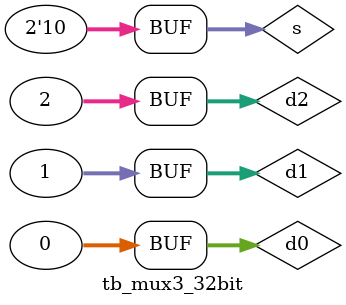
<source format=v>
`timescale 1ns/100ps
module tb_mux3_32bit;
reg [31:0] d0, d1, d2;
reg [1:0] s;
wire [31:0] y;

mux3_32bit U0(d0,d1,d2,s,y);
 initial begin 
 d0 = 32'h0000_0000; d1 = 32'h0000_0001; d2 = 32'h0000_0002;  #5;
 s = 2'b00; #5;
 s = 2'b01; #5;
 s = 2'b10; #5;
 end
 endmodule
 
</source>
